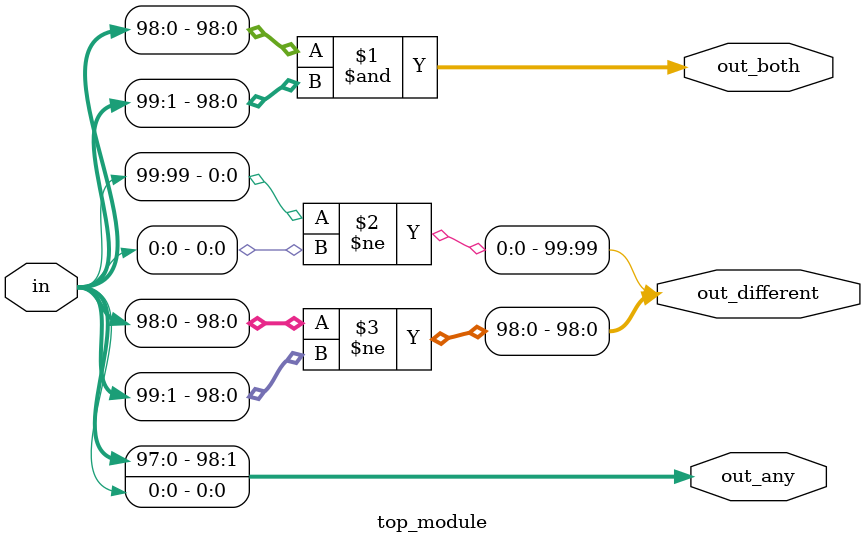
<source format=sv>
module top_module (
    input [99:0] in,
    output [98:0] out_both,
    output [99:1] out_any,
    output [99:0] out_different
);

    // Logic for out_both
    assign out_both[98:0] = in[98:0] & in[99:1];

    // Logic for out_any
    assign out_any[99:1] = {in, in[0]};

    // Logic for out_different
    assign out_different[99] = (in[99] != in[0]);
    assign out_different[98:0] = (in[98:0] != in[99:1]);

endmodule

</source>
